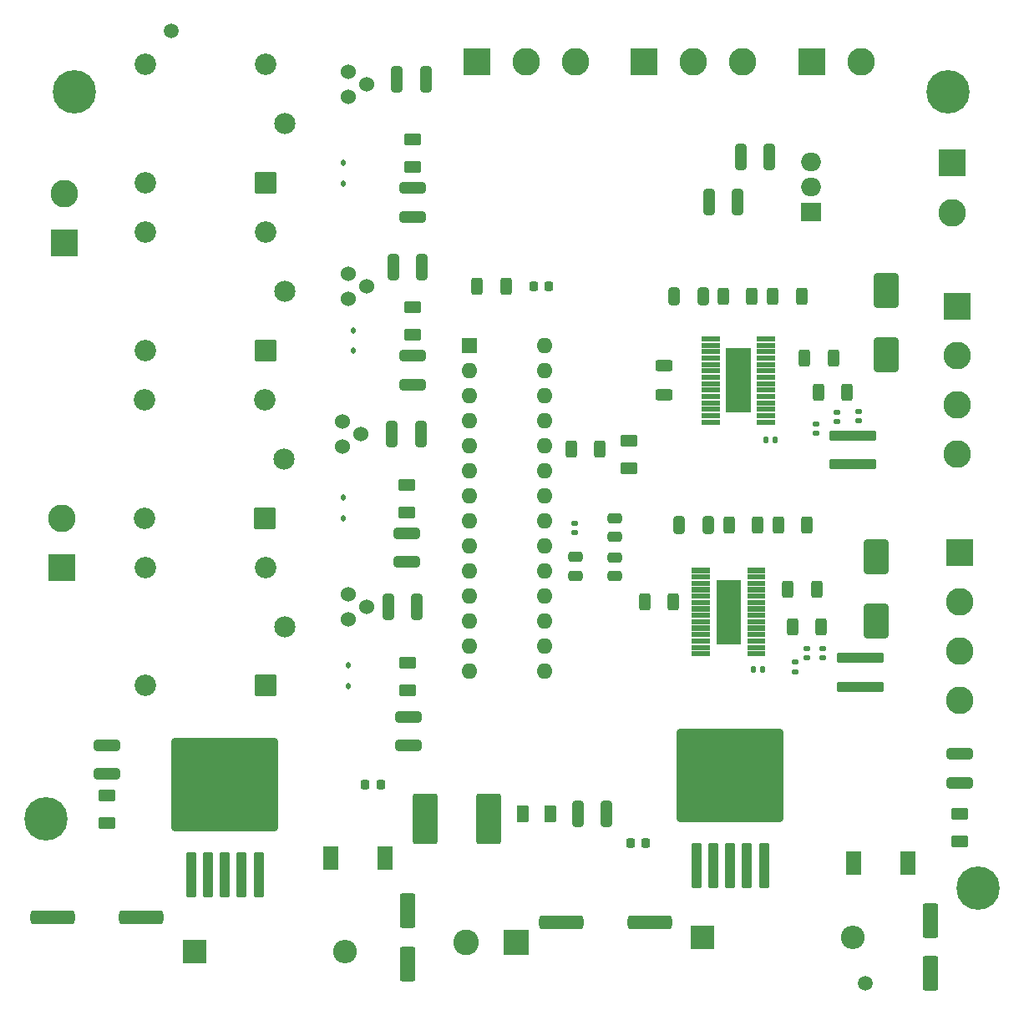
<source format=gbr>
%TF.GenerationSoftware,KiCad,Pcbnew,7.0.10*%
%TF.CreationDate,2024-08-08T13:18:15-05:00*%
%TF.ProjectId,river_sampler,72697665-725f-4736-916d-706c65722e6b,rev?*%
%TF.SameCoordinates,Original*%
%TF.FileFunction,Soldermask,Top*%
%TF.FilePolarity,Negative*%
%FSLAX46Y46*%
G04 Gerber Fmt 4.6, Leading zero omitted, Abs format (unit mm)*
G04 Created by KiCad (PCBNEW 7.0.10) date 2024-08-08 13:18:15*
%MOMM*%
%LPD*%
G01*
G04 APERTURE LIST*
G04 Aperture macros list*
%AMRoundRect*
0 Rectangle with rounded corners*
0 $1 Rounding radius*
0 $2 $3 $4 $5 $6 $7 $8 $9 X,Y pos of 4 corners*
0 Add a 4 corners polygon primitive as box body*
4,1,4,$2,$3,$4,$5,$6,$7,$8,$9,$2,$3,0*
0 Add four circle primitives for the rounded corners*
1,1,$1+$1,$2,$3*
1,1,$1+$1,$4,$5*
1,1,$1+$1,$6,$7*
1,1,$1+$1,$8,$9*
0 Add four rect primitives between the rounded corners*
20,1,$1+$1,$2,$3,$4,$5,0*
20,1,$1+$1,$4,$5,$6,$7,0*
20,1,$1+$1,$6,$7,$8,$9,0*
20,1,$1+$1,$8,$9,$2,$3,0*%
G04 Aperture macros list end*
%ADD10C,0.010000*%
%ADD11C,1.500000*%
%ADD12RoundRect,0.250000X0.312500X1.075000X-0.312500X1.075000X-0.312500X-1.075000X0.312500X-1.075000X0*%
%ADD13R,1.500000X2.400000*%
%ADD14C,2.139000*%
%ADD15C,2.184000*%
%ADD16RoundRect,0.102000X0.990000X0.990000X-0.990000X0.990000X-0.990000X-0.990000X0.990000X-0.990000X0*%
%ADD17RoundRect,0.250000X-0.550000X1.500000X-0.550000X-1.500000X0.550000X-1.500000X0.550000X1.500000X0*%
%ADD18RoundRect,0.250000X-0.312500X-1.075000X0.312500X-1.075000X0.312500X1.075000X-0.312500X1.075000X0*%
%ADD19RoundRect,0.140000X0.170000X-0.140000X0.170000X0.140000X-0.170000X0.140000X-0.170000X-0.140000X0*%
%ADD20RoundRect,0.250000X1.075000X-0.312500X1.075000X0.312500X-1.075000X0.312500X-1.075000X-0.312500X0*%
%ADD21RoundRect,0.112500X0.112500X-0.187500X0.112500X0.187500X-0.112500X0.187500X-0.112500X-0.187500X0*%
%ADD22RoundRect,0.250000X0.987500X2.325000X-0.987500X2.325000X-0.987500X-2.325000X0.987500X-2.325000X0*%
%ADD23RoundRect,0.218750X0.218750X0.256250X-0.218750X0.256250X-0.218750X-0.256250X0.218750X-0.256250X0*%
%ADD24RoundRect,0.250000X-1.075000X0.312500X-1.075000X-0.312500X1.075000X-0.312500X1.075000X0.312500X0*%
%ADD25RoundRect,0.250000X0.312500X0.625000X-0.312500X0.625000X-0.312500X-0.625000X0.312500X-0.625000X0*%
%ADD26C,4.400000*%
%ADD27RoundRect,0.250000X1.000000X-1.500000X1.000000X1.500000X-1.000000X1.500000X-1.000000X-1.500000X0*%
%ADD28C,1.524800*%
%ADD29RoundRect,0.250000X2.125000X-0.275000X2.125000X0.275000X-2.125000X0.275000X-2.125000X-0.275000X0*%
%ADD30RoundRect,0.250000X-0.475000X0.250000X-0.475000X-0.250000X0.475000X-0.250000X0.475000X0.250000X0*%
%ADD31R,2.400000X2.400000*%
%ADD32O,2.400000X2.400000*%
%ADD33RoundRect,0.250000X-0.625000X0.375000X-0.625000X-0.375000X0.625000X-0.375000X0.625000X0.375000X0*%
%ADD34R,1.600000X1.600000*%
%ADD35O,1.600000X1.600000*%
%ADD36RoundRect,0.250000X0.375000X0.625000X-0.375000X0.625000X-0.375000X-0.625000X0.375000X-0.625000X0*%
%ADD37RoundRect,0.250000X-0.312500X-0.625000X0.312500X-0.625000X0.312500X0.625000X-0.312500X0.625000X0*%
%ADD38RoundRect,0.250000X0.300000X-2.050000X0.300000X2.050000X-0.300000X2.050000X-0.300000X-2.050000X0*%
%ADD39RoundRect,0.250002X5.149998X-4.449998X5.149998X4.449998X-5.149998X4.449998X-5.149998X-4.449998X0*%
%ADD40RoundRect,0.250000X0.625000X-0.375000X0.625000X0.375000X-0.625000X0.375000X-0.625000X-0.375000X0*%
%ADD41RoundRect,0.250000X-0.625000X0.312500X-0.625000X-0.312500X0.625000X-0.312500X0.625000X0.312500X0*%
%ADD42RoundRect,0.140000X-0.140000X-0.170000X0.140000X-0.170000X0.140000X0.170000X-0.140000X0.170000X0*%
%ADD43RoundRect,0.350000X-1.900000X-0.350000X1.900000X-0.350000X1.900000X0.350000X-1.900000X0.350000X0*%
%ADD44RoundRect,0.218750X-0.218750X-0.256250X0.218750X-0.256250X0.218750X0.256250X-0.218750X0.256250X0*%
%ADD45RoundRect,0.250000X-0.325000X-0.650000X0.325000X-0.650000X0.325000X0.650000X-0.325000X0.650000X0*%
%ADD46RoundRect,0.250000X0.475000X-0.250000X0.475000X0.250000X-0.475000X0.250000X-0.475000X-0.250000X0*%
%ADD47R,2.000000X1.905000*%
%ADD48O,2.000000X1.905000*%
%ADD49RoundRect,0.140000X-0.170000X0.140000X-0.170000X-0.140000X0.170000X-0.140000X0.170000X0.140000X0*%
%ADD50RoundRect,0.225000X-0.225000X-0.250000X0.225000X-0.250000X0.225000X0.250000X-0.225000X0.250000X0*%
%ADD51R,2.800000X2.800000*%
%ADD52C,2.800000*%
%ADD53R,2.600000X2.600000*%
%ADD54C,2.600000*%
G04 APERTURE END LIST*
%TO.C,U5*%
D10*
X116670000Y-146445000D02*
X114930000Y-146445000D01*
X114930000Y-146005000D01*
X116670000Y-146005000D01*
X116670000Y-146445000D01*
G36*
X116670000Y-146445000D02*
G01*
X114930000Y-146445000D01*
X114930000Y-146005000D01*
X116670000Y-146005000D01*
X116670000Y-146445000D01*
G37*
X116670000Y-145795000D02*
X114930000Y-145795000D01*
X114930000Y-145355000D01*
X116670000Y-145355000D01*
X116670000Y-145795000D01*
G36*
X116670000Y-145795000D02*
G01*
X114930000Y-145795000D01*
X114930000Y-145355000D01*
X116670000Y-145355000D01*
X116670000Y-145795000D01*
G37*
X116670000Y-145145000D02*
X114930000Y-145145000D01*
X114930000Y-144705000D01*
X116670000Y-144705000D01*
X116670000Y-145145000D01*
G36*
X116670000Y-145145000D02*
G01*
X114930000Y-145145000D01*
X114930000Y-144705000D01*
X116670000Y-144705000D01*
X116670000Y-145145000D01*
G37*
X116670000Y-144495000D02*
X114930000Y-144495000D01*
X114930000Y-144055000D01*
X116670000Y-144055000D01*
X116670000Y-144495000D01*
G36*
X116670000Y-144495000D02*
G01*
X114930000Y-144495000D01*
X114930000Y-144055000D01*
X116670000Y-144055000D01*
X116670000Y-144495000D01*
G37*
X116670000Y-143845000D02*
X114930000Y-143845000D01*
X114930000Y-143405000D01*
X116670000Y-143405000D01*
X116670000Y-143845000D01*
G36*
X116670000Y-143845000D02*
G01*
X114930000Y-143845000D01*
X114930000Y-143405000D01*
X116670000Y-143405000D01*
X116670000Y-143845000D01*
G37*
X116670000Y-143195000D02*
X114930000Y-143195000D01*
X114930000Y-142755000D01*
X116670000Y-142755000D01*
X116670000Y-143195000D01*
G36*
X116670000Y-143195000D02*
G01*
X114930000Y-143195000D01*
X114930000Y-142755000D01*
X116670000Y-142755000D01*
X116670000Y-143195000D01*
G37*
X116670000Y-142545000D02*
X114930000Y-142545000D01*
X114930000Y-142105000D01*
X116670000Y-142105000D01*
X116670000Y-142545000D01*
G36*
X116670000Y-142545000D02*
G01*
X114930000Y-142545000D01*
X114930000Y-142105000D01*
X116670000Y-142105000D01*
X116670000Y-142545000D01*
G37*
X116670000Y-141895000D02*
X114930000Y-141895000D01*
X114930000Y-141455000D01*
X116670000Y-141455000D01*
X116670000Y-141895000D01*
G36*
X116670000Y-141895000D02*
G01*
X114930000Y-141895000D01*
X114930000Y-141455000D01*
X116670000Y-141455000D01*
X116670000Y-141895000D01*
G37*
X116670000Y-141245000D02*
X114930000Y-141245000D01*
X114930000Y-140805000D01*
X116670000Y-140805000D01*
X116670000Y-141245000D01*
G36*
X116670000Y-141245000D02*
G01*
X114930000Y-141245000D01*
X114930000Y-140805000D01*
X116670000Y-140805000D01*
X116670000Y-141245000D01*
G37*
X116670000Y-140595000D02*
X114930000Y-140595000D01*
X114930000Y-140155000D01*
X116670000Y-140155000D01*
X116670000Y-140595000D01*
G36*
X116670000Y-140595000D02*
G01*
X114930000Y-140595000D01*
X114930000Y-140155000D01*
X116670000Y-140155000D01*
X116670000Y-140595000D01*
G37*
X116670000Y-139945000D02*
X114930000Y-139945000D01*
X114930000Y-139505000D01*
X116670000Y-139505000D01*
X116670000Y-139945000D01*
G36*
X116670000Y-139945000D02*
G01*
X114930000Y-139945000D01*
X114930000Y-139505000D01*
X116670000Y-139505000D01*
X116670000Y-139945000D01*
G37*
X116670000Y-139295000D02*
X114930000Y-139295000D01*
X114930000Y-138855000D01*
X116670000Y-138855000D01*
X116670000Y-139295000D01*
G36*
X116670000Y-139295000D02*
G01*
X114930000Y-139295000D01*
X114930000Y-138855000D01*
X116670000Y-138855000D01*
X116670000Y-139295000D01*
G37*
X116670000Y-138645000D02*
X114930000Y-138645000D01*
X114930000Y-138205000D01*
X116670000Y-138205000D01*
X116670000Y-138645000D01*
G36*
X116670000Y-138645000D02*
G01*
X114930000Y-138645000D01*
X114930000Y-138205000D01*
X116670000Y-138205000D01*
X116670000Y-138645000D01*
G37*
X116670000Y-137995000D02*
X114930000Y-137995000D01*
X114930000Y-137555000D01*
X116670000Y-137555000D01*
X116670000Y-137995000D01*
G36*
X116670000Y-137995000D02*
G01*
X114930000Y-137995000D01*
X114930000Y-137555000D01*
X116670000Y-137555000D01*
X116670000Y-137995000D01*
G37*
X114200000Y-145230000D02*
X111800000Y-145230000D01*
X111800000Y-138770000D01*
X114200000Y-138770000D01*
X114200000Y-145230000D01*
G36*
X114200000Y-145230000D02*
G01*
X111800000Y-145230000D01*
X111800000Y-138770000D01*
X114200000Y-138770000D01*
X114200000Y-145230000D01*
G37*
X111070000Y-146445000D02*
X109330000Y-146445000D01*
X109330000Y-146005000D01*
X111070000Y-146005000D01*
X111070000Y-146445000D01*
G36*
X111070000Y-146445000D02*
G01*
X109330000Y-146445000D01*
X109330000Y-146005000D01*
X111070000Y-146005000D01*
X111070000Y-146445000D01*
G37*
X111070000Y-145795000D02*
X109330000Y-145795000D01*
X109330000Y-145355000D01*
X111070000Y-145355000D01*
X111070000Y-145795000D01*
G36*
X111070000Y-145795000D02*
G01*
X109330000Y-145795000D01*
X109330000Y-145355000D01*
X111070000Y-145355000D01*
X111070000Y-145795000D01*
G37*
X111070000Y-145145000D02*
X109330000Y-145145000D01*
X109330000Y-144705000D01*
X111070000Y-144705000D01*
X111070000Y-145145000D01*
G36*
X111070000Y-145145000D02*
G01*
X109330000Y-145145000D01*
X109330000Y-144705000D01*
X111070000Y-144705000D01*
X111070000Y-145145000D01*
G37*
X111070000Y-144495000D02*
X109330000Y-144495000D01*
X109330000Y-144055000D01*
X111070000Y-144055000D01*
X111070000Y-144495000D01*
G36*
X111070000Y-144495000D02*
G01*
X109330000Y-144495000D01*
X109330000Y-144055000D01*
X111070000Y-144055000D01*
X111070000Y-144495000D01*
G37*
X111070000Y-143845000D02*
X109330000Y-143845000D01*
X109330000Y-143405000D01*
X111070000Y-143405000D01*
X111070000Y-143845000D01*
G36*
X111070000Y-143845000D02*
G01*
X109330000Y-143845000D01*
X109330000Y-143405000D01*
X111070000Y-143405000D01*
X111070000Y-143845000D01*
G37*
X111070000Y-143195000D02*
X109330000Y-143195000D01*
X109330000Y-142755000D01*
X111070000Y-142755000D01*
X111070000Y-143195000D01*
G36*
X111070000Y-143195000D02*
G01*
X109330000Y-143195000D01*
X109330000Y-142755000D01*
X111070000Y-142755000D01*
X111070000Y-143195000D01*
G37*
X111070000Y-142545000D02*
X109330000Y-142545000D01*
X109330000Y-142105000D01*
X111070000Y-142105000D01*
X111070000Y-142545000D01*
G36*
X111070000Y-142545000D02*
G01*
X109330000Y-142545000D01*
X109330000Y-142105000D01*
X111070000Y-142105000D01*
X111070000Y-142545000D01*
G37*
X111070000Y-141895000D02*
X109330000Y-141895000D01*
X109330000Y-141455000D01*
X111070000Y-141455000D01*
X111070000Y-141895000D01*
G36*
X111070000Y-141895000D02*
G01*
X109330000Y-141895000D01*
X109330000Y-141455000D01*
X111070000Y-141455000D01*
X111070000Y-141895000D01*
G37*
X111070000Y-141245000D02*
X109330000Y-141245000D01*
X109330000Y-140805000D01*
X111070000Y-140805000D01*
X111070000Y-141245000D01*
G36*
X111070000Y-141245000D02*
G01*
X109330000Y-141245000D01*
X109330000Y-140805000D01*
X111070000Y-140805000D01*
X111070000Y-141245000D01*
G37*
X111070000Y-140595000D02*
X109330000Y-140595000D01*
X109330000Y-140155000D01*
X111070000Y-140155000D01*
X111070000Y-140595000D01*
G36*
X111070000Y-140595000D02*
G01*
X109330000Y-140595000D01*
X109330000Y-140155000D01*
X111070000Y-140155000D01*
X111070000Y-140595000D01*
G37*
X111070000Y-139945000D02*
X109330000Y-139945000D01*
X109330000Y-139505000D01*
X111070000Y-139505000D01*
X111070000Y-139945000D01*
G36*
X111070000Y-139945000D02*
G01*
X109330000Y-139945000D01*
X109330000Y-139505000D01*
X111070000Y-139505000D01*
X111070000Y-139945000D01*
G37*
X111070000Y-139295000D02*
X109330000Y-139295000D01*
X109330000Y-138855000D01*
X111070000Y-138855000D01*
X111070000Y-139295000D01*
G36*
X111070000Y-139295000D02*
G01*
X109330000Y-139295000D01*
X109330000Y-138855000D01*
X111070000Y-138855000D01*
X111070000Y-139295000D01*
G37*
X111070000Y-138645000D02*
X109330000Y-138645000D01*
X109330000Y-138205000D01*
X111070000Y-138205000D01*
X111070000Y-138645000D01*
G36*
X111070000Y-138645000D02*
G01*
X109330000Y-138645000D01*
X109330000Y-138205000D01*
X111070000Y-138205000D01*
X111070000Y-138645000D01*
G37*
X111070000Y-137995000D02*
X109330000Y-137995000D01*
X109330000Y-137555000D01*
X111070000Y-137555000D01*
X111070000Y-137995000D01*
G36*
X111070000Y-137995000D02*
G01*
X109330000Y-137995000D01*
X109330000Y-137555000D01*
X111070000Y-137555000D01*
X111070000Y-137995000D01*
G37*
%TO.C,U2*%
X117670000Y-122945000D02*
X115930000Y-122945000D01*
X115930000Y-122505000D01*
X117670000Y-122505000D01*
X117670000Y-122945000D01*
G36*
X117670000Y-122945000D02*
G01*
X115930000Y-122945000D01*
X115930000Y-122505000D01*
X117670000Y-122505000D01*
X117670000Y-122945000D01*
G37*
X117670000Y-122295000D02*
X115930000Y-122295000D01*
X115930000Y-121855000D01*
X117670000Y-121855000D01*
X117670000Y-122295000D01*
G36*
X117670000Y-122295000D02*
G01*
X115930000Y-122295000D01*
X115930000Y-121855000D01*
X117670000Y-121855000D01*
X117670000Y-122295000D01*
G37*
X117670000Y-121645000D02*
X115930000Y-121645000D01*
X115930000Y-121205000D01*
X117670000Y-121205000D01*
X117670000Y-121645000D01*
G36*
X117670000Y-121645000D02*
G01*
X115930000Y-121645000D01*
X115930000Y-121205000D01*
X117670000Y-121205000D01*
X117670000Y-121645000D01*
G37*
X117670000Y-120995000D02*
X115930000Y-120995000D01*
X115930000Y-120555000D01*
X117670000Y-120555000D01*
X117670000Y-120995000D01*
G36*
X117670000Y-120995000D02*
G01*
X115930000Y-120995000D01*
X115930000Y-120555000D01*
X117670000Y-120555000D01*
X117670000Y-120995000D01*
G37*
X117670000Y-120345000D02*
X115930000Y-120345000D01*
X115930000Y-119905000D01*
X117670000Y-119905000D01*
X117670000Y-120345000D01*
G36*
X117670000Y-120345000D02*
G01*
X115930000Y-120345000D01*
X115930000Y-119905000D01*
X117670000Y-119905000D01*
X117670000Y-120345000D01*
G37*
X117670000Y-119695000D02*
X115930000Y-119695000D01*
X115930000Y-119255000D01*
X117670000Y-119255000D01*
X117670000Y-119695000D01*
G36*
X117670000Y-119695000D02*
G01*
X115930000Y-119695000D01*
X115930000Y-119255000D01*
X117670000Y-119255000D01*
X117670000Y-119695000D01*
G37*
X117670000Y-119045000D02*
X115930000Y-119045000D01*
X115930000Y-118605000D01*
X117670000Y-118605000D01*
X117670000Y-119045000D01*
G36*
X117670000Y-119045000D02*
G01*
X115930000Y-119045000D01*
X115930000Y-118605000D01*
X117670000Y-118605000D01*
X117670000Y-119045000D01*
G37*
X117670000Y-118395000D02*
X115930000Y-118395000D01*
X115930000Y-117955000D01*
X117670000Y-117955000D01*
X117670000Y-118395000D01*
G36*
X117670000Y-118395000D02*
G01*
X115930000Y-118395000D01*
X115930000Y-117955000D01*
X117670000Y-117955000D01*
X117670000Y-118395000D01*
G37*
X117670000Y-117745000D02*
X115930000Y-117745000D01*
X115930000Y-117305000D01*
X117670000Y-117305000D01*
X117670000Y-117745000D01*
G36*
X117670000Y-117745000D02*
G01*
X115930000Y-117745000D01*
X115930000Y-117305000D01*
X117670000Y-117305000D01*
X117670000Y-117745000D01*
G37*
X117670000Y-117095000D02*
X115930000Y-117095000D01*
X115930000Y-116655000D01*
X117670000Y-116655000D01*
X117670000Y-117095000D01*
G36*
X117670000Y-117095000D02*
G01*
X115930000Y-117095000D01*
X115930000Y-116655000D01*
X117670000Y-116655000D01*
X117670000Y-117095000D01*
G37*
X117670000Y-116445000D02*
X115930000Y-116445000D01*
X115930000Y-116005000D01*
X117670000Y-116005000D01*
X117670000Y-116445000D01*
G36*
X117670000Y-116445000D02*
G01*
X115930000Y-116445000D01*
X115930000Y-116005000D01*
X117670000Y-116005000D01*
X117670000Y-116445000D01*
G37*
X117670000Y-115795000D02*
X115930000Y-115795000D01*
X115930000Y-115355000D01*
X117670000Y-115355000D01*
X117670000Y-115795000D01*
G36*
X117670000Y-115795000D02*
G01*
X115930000Y-115795000D01*
X115930000Y-115355000D01*
X117670000Y-115355000D01*
X117670000Y-115795000D01*
G37*
X117670000Y-115145000D02*
X115930000Y-115145000D01*
X115930000Y-114705000D01*
X117670000Y-114705000D01*
X117670000Y-115145000D01*
G36*
X117670000Y-115145000D02*
G01*
X115930000Y-115145000D01*
X115930000Y-114705000D01*
X117670000Y-114705000D01*
X117670000Y-115145000D01*
G37*
X117670000Y-114495000D02*
X115930000Y-114495000D01*
X115930000Y-114055000D01*
X117670000Y-114055000D01*
X117670000Y-114495000D01*
G36*
X117670000Y-114495000D02*
G01*
X115930000Y-114495000D01*
X115930000Y-114055000D01*
X117670000Y-114055000D01*
X117670000Y-114495000D01*
G37*
X115200000Y-121730000D02*
X112800000Y-121730000D01*
X112800000Y-115270000D01*
X115200000Y-115270000D01*
X115200000Y-121730000D01*
G36*
X115200000Y-121730000D02*
G01*
X112800000Y-121730000D01*
X112800000Y-115270000D01*
X115200000Y-115270000D01*
X115200000Y-121730000D01*
G37*
X112070000Y-122945000D02*
X110330000Y-122945000D01*
X110330000Y-122505000D01*
X112070000Y-122505000D01*
X112070000Y-122945000D01*
G36*
X112070000Y-122945000D02*
G01*
X110330000Y-122945000D01*
X110330000Y-122505000D01*
X112070000Y-122505000D01*
X112070000Y-122945000D01*
G37*
X112070000Y-122295000D02*
X110330000Y-122295000D01*
X110330000Y-121855000D01*
X112070000Y-121855000D01*
X112070000Y-122295000D01*
G36*
X112070000Y-122295000D02*
G01*
X110330000Y-122295000D01*
X110330000Y-121855000D01*
X112070000Y-121855000D01*
X112070000Y-122295000D01*
G37*
X112070000Y-121645000D02*
X110330000Y-121645000D01*
X110330000Y-121205000D01*
X112070000Y-121205000D01*
X112070000Y-121645000D01*
G36*
X112070000Y-121645000D02*
G01*
X110330000Y-121645000D01*
X110330000Y-121205000D01*
X112070000Y-121205000D01*
X112070000Y-121645000D01*
G37*
X112070000Y-120995000D02*
X110330000Y-120995000D01*
X110330000Y-120555000D01*
X112070000Y-120555000D01*
X112070000Y-120995000D01*
G36*
X112070000Y-120995000D02*
G01*
X110330000Y-120995000D01*
X110330000Y-120555000D01*
X112070000Y-120555000D01*
X112070000Y-120995000D01*
G37*
X112070000Y-120345000D02*
X110330000Y-120345000D01*
X110330000Y-119905000D01*
X112070000Y-119905000D01*
X112070000Y-120345000D01*
G36*
X112070000Y-120345000D02*
G01*
X110330000Y-120345000D01*
X110330000Y-119905000D01*
X112070000Y-119905000D01*
X112070000Y-120345000D01*
G37*
X112070000Y-119695000D02*
X110330000Y-119695000D01*
X110330000Y-119255000D01*
X112070000Y-119255000D01*
X112070000Y-119695000D01*
G36*
X112070000Y-119695000D02*
G01*
X110330000Y-119695000D01*
X110330000Y-119255000D01*
X112070000Y-119255000D01*
X112070000Y-119695000D01*
G37*
X112070000Y-119045000D02*
X110330000Y-119045000D01*
X110330000Y-118605000D01*
X112070000Y-118605000D01*
X112070000Y-119045000D01*
G36*
X112070000Y-119045000D02*
G01*
X110330000Y-119045000D01*
X110330000Y-118605000D01*
X112070000Y-118605000D01*
X112070000Y-119045000D01*
G37*
X112070000Y-118395000D02*
X110330000Y-118395000D01*
X110330000Y-117955000D01*
X112070000Y-117955000D01*
X112070000Y-118395000D01*
G36*
X112070000Y-118395000D02*
G01*
X110330000Y-118395000D01*
X110330000Y-117955000D01*
X112070000Y-117955000D01*
X112070000Y-118395000D01*
G37*
X112070000Y-117745000D02*
X110330000Y-117745000D01*
X110330000Y-117305000D01*
X112070000Y-117305000D01*
X112070000Y-117745000D01*
G36*
X112070000Y-117745000D02*
G01*
X110330000Y-117745000D01*
X110330000Y-117305000D01*
X112070000Y-117305000D01*
X112070000Y-117745000D01*
G37*
X112070000Y-117095000D02*
X110330000Y-117095000D01*
X110330000Y-116655000D01*
X112070000Y-116655000D01*
X112070000Y-117095000D01*
G36*
X112070000Y-117095000D02*
G01*
X110330000Y-117095000D01*
X110330000Y-116655000D01*
X112070000Y-116655000D01*
X112070000Y-117095000D01*
G37*
X112070000Y-116445000D02*
X110330000Y-116445000D01*
X110330000Y-116005000D01*
X112070000Y-116005000D01*
X112070000Y-116445000D01*
G36*
X112070000Y-116445000D02*
G01*
X110330000Y-116445000D01*
X110330000Y-116005000D01*
X112070000Y-116005000D01*
X112070000Y-116445000D01*
G37*
X112070000Y-115795000D02*
X110330000Y-115795000D01*
X110330000Y-115355000D01*
X112070000Y-115355000D01*
X112070000Y-115795000D01*
G36*
X112070000Y-115795000D02*
G01*
X110330000Y-115795000D01*
X110330000Y-115355000D01*
X112070000Y-115355000D01*
X112070000Y-115795000D01*
G37*
X112070000Y-115145000D02*
X110330000Y-115145000D01*
X110330000Y-114705000D01*
X112070000Y-114705000D01*
X112070000Y-115145000D01*
G36*
X112070000Y-115145000D02*
G01*
X110330000Y-115145000D01*
X110330000Y-114705000D01*
X112070000Y-114705000D01*
X112070000Y-115145000D01*
G37*
X112070000Y-114495000D02*
X110330000Y-114495000D01*
X110330000Y-114055000D01*
X112070000Y-114055000D01*
X112070000Y-114495000D01*
G36*
X112070000Y-114495000D02*
G01*
X110330000Y-114495000D01*
X110330000Y-114055000D01*
X112070000Y-114055000D01*
X112070000Y-114495000D01*
G37*
%TD*%
D11*
%TO.C,REF\u002A\u002A*%
X56515000Y-83108800D03*
%TD*%
%TO.C,REF\u002A\u002A*%
X126949200Y-179654200D03*
%TD*%
D12*
%TO.C,R26*%
X117199600Y-95834200D03*
X114274600Y-95834200D03*
%TD*%
D13*
%TO.C,L2*%
X125750000Y-167500000D03*
X131250000Y-167500000D03*
%TD*%
D12*
%TO.C,R10*%
X82367500Y-88000000D03*
X79442500Y-88000000D03*
%TD*%
D14*
%TO.C,K3*%
X68100000Y-92500000D03*
D15*
X53900000Y-98500000D03*
X53900000Y-86500000D03*
D16*
X66100000Y-98500000D03*
D15*
X66100000Y-86500000D03*
%TD*%
D17*
%TO.C,C10*%
X80543400Y-172349200D03*
X80543400Y-177749200D03*
%TD*%
D18*
%TO.C,R2*%
X111037500Y-100400000D03*
X113962500Y-100400000D03*
%TD*%
D19*
%TO.C,C20*%
X121005600Y-146707800D03*
X121005600Y-145747800D03*
%TD*%
D20*
%TO.C,R19*%
X50000000Y-158462500D03*
X50000000Y-155537500D03*
%TD*%
D21*
%TO.C,D4*%
X74000000Y-132550000D03*
X74000000Y-130450000D03*
%TD*%
D19*
%TO.C,C8*%
X122631200Y-146707800D03*
X122631200Y-145747800D03*
%TD*%
D22*
%TO.C,D7*%
X88687500Y-163000000D03*
X82312500Y-163000000D03*
%TD*%
D21*
%TO.C,D2*%
X74500000Y-149550000D03*
X74500000Y-147450000D03*
%TD*%
D23*
%TO.C,F2*%
X104673500Y-165481000D03*
X103098500Y-165481000D03*
%TD*%
D24*
%TO.C,R9*%
X81005000Y-99037500D03*
X81005000Y-101962500D03*
%TD*%
D25*
%TO.C,R7*%
X125084300Y-119735600D03*
X122159300Y-119735600D03*
%TD*%
D20*
%TO.C,R20*%
X136500000Y-159362500D03*
X136500000Y-156437500D03*
%TD*%
D26*
%TO.C,H2*%
X138303000Y-170027600D03*
%TD*%
D27*
%TO.C,C1*%
X129057400Y-115899000D03*
X129057400Y-109399000D03*
%TD*%
D28*
%TO.C,Q4*%
X74500000Y-89770000D03*
X76405000Y-88500000D03*
X74500000Y-87230000D03*
%TD*%
D29*
%TO.C,R13*%
X125653800Y-127052600D03*
X125653800Y-124102600D03*
%TD*%
D27*
%TO.C,C7*%
X128000000Y-142950000D03*
X128000000Y-136450000D03*
%TD*%
D30*
%TO.C,C24*%
X101500000Y-132500000D03*
X101500000Y-134400000D03*
%TD*%
D19*
%TO.C,C4*%
X121920000Y-123924000D03*
X121920000Y-122964000D03*
%TD*%
D31*
%TO.C,D12*%
X58880000Y-176500000D03*
D32*
X74120000Y-176500000D03*
%TD*%
D26*
%TO.C,H3*%
X46710600Y-89281000D03*
%TD*%
D33*
%TO.C,D1*%
X80500000Y-147200000D03*
X80500000Y-150000000D03*
%TD*%
D34*
%TO.C,U6*%
X86790000Y-114990000D03*
D35*
X86790000Y-117530000D03*
X86790000Y-120070000D03*
X86790000Y-122610000D03*
X86790000Y-125150000D03*
X86790000Y-127690000D03*
X86790000Y-130230000D03*
X86790000Y-132770000D03*
X86790000Y-135310000D03*
X86790000Y-137850000D03*
X86790000Y-140390000D03*
X86790000Y-142930000D03*
X86790000Y-145470000D03*
X86790000Y-148010000D03*
X94410000Y-148010000D03*
X94410000Y-145470000D03*
X94410000Y-142930000D03*
X94410000Y-140390000D03*
X94410000Y-137850000D03*
X94410000Y-135310000D03*
X94410000Y-132770000D03*
X94410000Y-130230000D03*
X94410000Y-127690000D03*
X94410000Y-125150000D03*
X94410000Y-122610000D03*
X94410000Y-120070000D03*
X94410000Y-117530000D03*
X94410000Y-114990000D03*
%TD*%
D33*
%TO.C,D15*%
X136500000Y-162500000D03*
X136500000Y-165300000D03*
%TD*%
D24*
%TO.C,R1*%
X80600000Y-152637500D03*
X80600000Y-155562500D03*
%TD*%
D21*
%TO.C,D9*%
X74000000Y-98550000D03*
X74000000Y-96450000D03*
%TD*%
D14*
%TO.C,K4*%
X68100000Y-109500000D03*
D15*
X53900000Y-115500000D03*
X53900000Y-103500000D03*
D16*
X66100000Y-115500000D03*
D15*
X66100000Y-103500000D03*
%TD*%
D28*
%TO.C,Q5*%
X74500000Y-110270000D03*
X76405000Y-109000000D03*
X74500000Y-107730000D03*
%TD*%
D26*
%TO.C,H1*%
X135331200Y-89255600D03*
%TD*%
D36*
%TO.C,D6*%
X95000000Y-162500000D03*
X92200000Y-162500000D03*
%TD*%
D21*
%TO.C,D11*%
X75000000Y-115550000D03*
X75000000Y-113450000D03*
%TD*%
D19*
%TO.C,C21*%
X119761000Y-148079400D03*
X119761000Y-147119400D03*
%TD*%
D12*
%TO.C,R12*%
X81962500Y-107000000D03*
X79037500Y-107000000D03*
%TD*%
D25*
%TO.C,R21*%
X90462500Y-109000000D03*
X87537500Y-109000000D03*
%TD*%
D18*
%TO.C,R6*%
X97752500Y-162500000D03*
X100677500Y-162500000D03*
%TD*%
D14*
%TO.C,K2*%
X68000000Y-126500000D03*
D15*
X53800000Y-132500000D03*
X53800000Y-120500000D03*
D16*
X66000000Y-132500000D03*
D15*
X66000000Y-120500000D03*
%TD*%
D37*
%TO.C,R24*%
X118075000Y-133200000D03*
X121000000Y-133200000D03*
%TD*%
D25*
%TO.C,R18*%
X121962500Y-139700000D03*
X119037500Y-139700000D03*
%TD*%
D38*
%TO.C,U1*%
X109825000Y-167725000D03*
X111525000Y-167725000D03*
X113225000Y-167725000D03*
D39*
X113225000Y-158575000D03*
D38*
X114925000Y-167725000D03*
X116625000Y-167725000D03*
%TD*%
D40*
%TO.C,D8*%
X102971600Y-127434800D03*
X102971600Y-124634800D03*
%TD*%
D19*
%TO.C,C3*%
X126263400Y-122628600D03*
X126263400Y-121668600D03*
%TD*%
D29*
%TO.C,R22*%
X126415800Y-149633200D03*
X126415800Y-146683200D03*
%TD*%
D31*
%TO.C,D14*%
X110380000Y-175000000D03*
D32*
X125620000Y-175000000D03*
%TD*%
D33*
%TO.C,D5*%
X81005000Y-94100000D03*
X81005000Y-96900000D03*
%TD*%
D41*
%TO.C,R16*%
X106500000Y-117037500D03*
X106500000Y-119962500D03*
%TD*%
D33*
%TO.C,D3*%
X80400000Y-129100000D03*
X80400000Y-131900000D03*
%TD*%
D28*
%TO.C,Q3*%
X73900000Y-125270000D03*
X75805000Y-124000000D03*
X73900000Y-122730000D03*
%TD*%
D12*
%TO.C,R3*%
X81462500Y-141500000D03*
X78537500Y-141500000D03*
%TD*%
D24*
%TO.C,R4*%
X80400000Y-134037500D03*
X80400000Y-136962500D03*
%TD*%
D42*
%TO.C,C5*%
X116842600Y-124536200D03*
X117802600Y-124536200D03*
%TD*%
D25*
%TO.C,R17*%
X122462500Y-143500000D03*
X119537500Y-143500000D03*
%TD*%
D38*
%TO.C,U4*%
X58600000Y-168650000D03*
X60300000Y-168650000D03*
X62000000Y-168650000D03*
D39*
X62000000Y-159500000D03*
D38*
X63700000Y-168650000D03*
X65400000Y-168650000D03*
%TD*%
D43*
%TO.C,C9*%
X44500000Y-173000000D03*
X53500000Y-173000000D03*
%TD*%
D42*
%TO.C,C22*%
X115521800Y-147878800D03*
X116481800Y-147878800D03*
%TD*%
D44*
%TO.C,F1*%
X76212500Y-159500000D03*
X77787500Y-159500000D03*
%TD*%
D28*
%TO.C,Q2*%
X74500000Y-142770000D03*
X76405000Y-141500000D03*
X74500000Y-140230000D03*
%TD*%
D37*
%TO.C,R27*%
X97075000Y-125500000D03*
X100000000Y-125500000D03*
%TD*%
D25*
%TO.C,R25*%
X107462500Y-141000000D03*
X104537500Y-141000000D03*
%TD*%
D45*
%TO.C,C6*%
X107525000Y-110000000D03*
X110475000Y-110000000D03*
%TD*%
D46*
%TO.C,C26*%
X101500000Y-138400000D03*
X101500000Y-136500000D03*
%TD*%
D37*
%TO.C,R23*%
X113075000Y-133200000D03*
X116000000Y-133200000D03*
%TD*%
D43*
%TO.C,C11*%
X96050000Y-173500000D03*
X105050000Y-173500000D03*
%TD*%
D33*
%TO.C,D10*%
X81000000Y-111100000D03*
X81000000Y-113900000D03*
%TD*%
D46*
%TO.C,C25*%
X97500000Y-138350000D03*
X97500000Y-136450000D03*
%TD*%
D47*
%TO.C,Q1*%
X121445000Y-101440000D03*
D48*
X121445000Y-98900000D03*
X121445000Y-96360000D03*
%TD*%
D14*
%TO.C,K1*%
X68100000Y-143500000D03*
D15*
X53900000Y-149500000D03*
X53900000Y-137500000D03*
D16*
X66100000Y-149500000D03*
D15*
X66100000Y-137500000D03*
%TD*%
D26*
%TO.C,H4*%
X43865800Y-162991800D03*
%TD*%
D12*
%TO.C,R5*%
X81862500Y-124000000D03*
X78937500Y-124000000D03*
%TD*%
D37*
%TO.C,R15*%
X117537500Y-110000000D03*
X120462500Y-110000000D03*
%TD*%
D13*
%TO.C,L1*%
X72750000Y-167000000D03*
X78250000Y-167000000D03*
%TD*%
D49*
%TO.C,C27*%
X97485200Y-133047800D03*
X97485200Y-134007800D03*
%TD*%
D19*
%TO.C,C2*%
X124053600Y-122704800D03*
X124053600Y-121744800D03*
%TD*%
D24*
%TO.C,R11*%
X81000000Y-116037500D03*
X81000000Y-118962500D03*
%TD*%
D37*
%TO.C,R14*%
X112500000Y-110000000D03*
X115425000Y-110000000D03*
%TD*%
D17*
%TO.C,C12*%
X133500000Y-173300000D03*
X133500000Y-178700000D03*
%TD*%
D45*
%TO.C,C23*%
X108062500Y-133200000D03*
X111012500Y-133200000D03*
%TD*%
D25*
%TO.C,R8*%
X123661900Y-116281200D03*
X120736900Y-116281200D03*
%TD*%
D50*
%TO.C,C19*%
X93300000Y-109000000D03*
X94850000Y-109000000D03*
%TD*%
D33*
%TO.C,D13*%
X50000000Y-160600000D03*
X50000000Y-163400000D03*
%TD*%
D51*
%TO.C,J10*%
X135750000Y-96500000D03*
D52*
X135750000Y-101500000D03*
%TD*%
D51*
%TO.C,J4*%
X121500000Y-86250000D03*
D52*
X126500000Y-86250000D03*
%TD*%
D51*
%TO.C,J13*%
X45720000Y-104582600D03*
D52*
X45720000Y-99582600D03*
%TD*%
%TO.C,J3*%
X136500000Y-151000000D03*
X136500000Y-146000000D03*
X136500000Y-141000000D03*
D51*
X136500000Y-136000000D03*
%TD*%
D53*
%TO.C,J14*%
X91545000Y-175500000D03*
D54*
X86465000Y-175500000D03*
%TD*%
D51*
%TO.C,J12*%
X87500000Y-86250000D03*
D52*
X92500000Y-86250000D03*
X97500000Y-86250000D03*
%TD*%
%TO.C,J5*%
X136250000Y-126000000D03*
X136250000Y-121000000D03*
X136250000Y-116000000D03*
D51*
X136250000Y-111000000D03*
%TD*%
%TO.C,J6*%
X104500000Y-86250000D03*
D52*
X109500000Y-86250000D03*
X114500000Y-86250000D03*
%TD*%
%TO.C,J11*%
X45466000Y-132490200D03*
D51*
X45466000Y-137490200D03*
%TD*%
M02*

</source>
